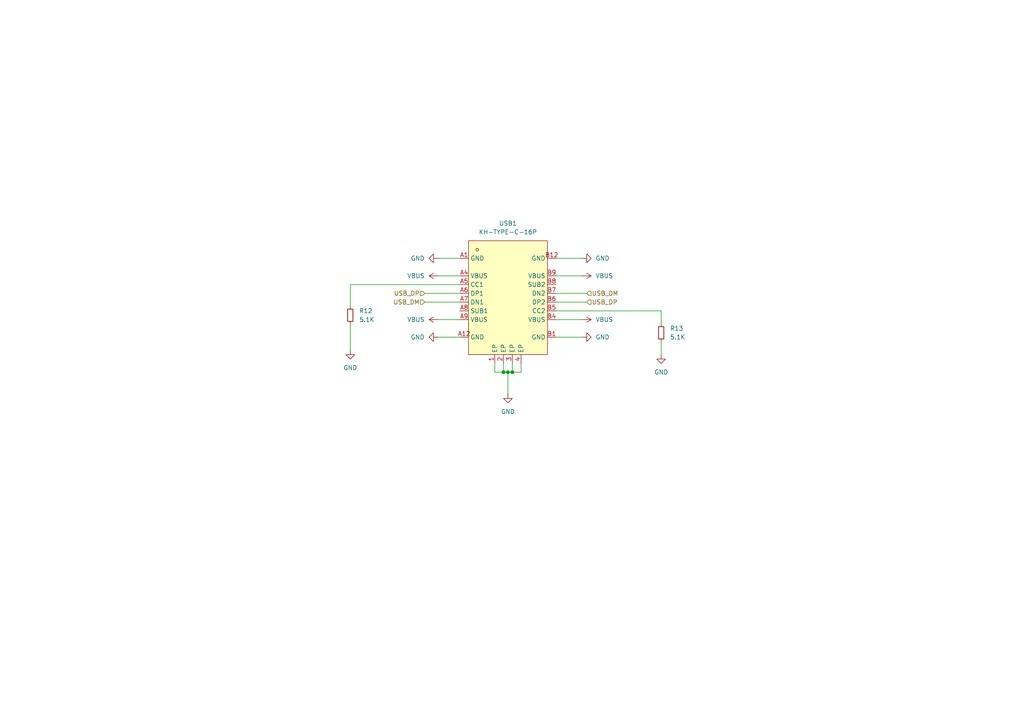
<source format=kicad_sch>
(kicad_sch (version 20231120) (generator "eeschema") (generator_version "8.0")
  (paper "A4")
  (lib_symbols
    (symbol "Device:R_Small" (pin_numbers hide) (pin_names (offset 0.254) hide)
      (property "Reference" "R" (at 0.762 0.508 0))
      (property "Value" "R_Small" (at 0.762 -1.016 0))
      (symbol "R_Small_0_1"
        (rectangle (start -0.762 1.778) (end 0.762 -1.778) (stroke (width 0.2032)))
      )
      (symbol "R_Small_1_1"
        (pin passive line (at 0 2.54 270) (length 0.762) (name "~") (number "1"))
        (pin passive line (at 0 -2.54 90) (length 0.762) (name "~") (number "2"))
      )
    )
    (symbol "footprints:KH-TYPE-C-16P"
      (property "Reference" "USB" (at 0 17.78 0))
      (property "Value" "KH-TYPE-C-16P" (at 0 -22.86 0))
      (symbol "KH-TYPE-C-16P_0_1"
        (rectangle (start -12.7 17.78) (end 10.16 -15.24) (fill (type background)))
        (circle (center -10.16 15.24) (radius 0.38))
        (pin unspecified line (at -5.08 -17.78 90) (length 2.54) (name "EP") (number "1"))
        (pin unspecified line (at -2.54 -17.78 90) (length 2.54) (name "EP") (number "2"))
        (pin unspecified line (at 0 -17.78 90) (length 2.54) (name "EP") (number "3"))
        (pin unspecified line (at 2.54 -17.78 90) (length 2.54) (name "EP") (number "4"))
        (pin unspecified line (at -15.24 12.7 0) (length 2.54) (name "GND") (number "A1"))
        (pin unspecified line (at -15.24 -10.16 0) (length 2.54) (name "GND") (number "A12"))
        (pin unspecified line (at -15.24 7.62 0) (length 2.54) (name "VBUS") (number "A4"))
        (pin unspecified line (at -15.24 5.08 0) (length 2.54) (name "CC1") (number "A5"))
        (pin unspecified line (at -15.24 2.54 0) (length 2.54) (name "DP1") (number "A6"))
        (pin unspecified line (at -15.24 0 0) (length 2.54) (name "DN1") (number "A7"))
        (pin unspecified line (at -15.24 -2.54 0) (length 2.54) (name "SUB1") (number "A8"))
        (pin unspecified line (at -15.24 -5.08 0) (length 2.54) (name "VBUS") (number "A9"))
        (pin unspecified line (at 12.7 -10.16 180) (length 2.54) (name "GND") (number "B1"))
        (pin unspecified line (at 12.7 12.7 180) (length 2.54) (name "GND") (number "B12"))
        (pin unspecified line (at 12.7 -5.08 180) (length 2.54) (name "VBUS") (number "B4"))
        (pin unspecified line (at 12.7 -2.54 180) (length 2.54) (name "CC2") (number "B5"))
        (pin unspecified line (at 12.7 0 180) (length 2.54) (name "DP2") (number "B6"))
        (pin unspecified line (at 12.7 2.54 180) (length 2.54) (name "DN2") (number "B7"))
        (pin unspecified line (at 12.7 5.08 180) (length 2.54) (name "SUB2") (number "B8"))
        (pin unspecified line (at 12.7 7.62 180) (length 2.54) (name "VBUS") (number "B9"))
      )
    )
    (symbol "power:GND" (power) (pin_numbers hide) (pin_names (offset 0) hide)
      (property "Value" "GND" (at 0 -3.81 0))
      (symbol "GND_0_1"
        (polyline (pts (xy 0 0) (xy 0 -1.27) (xy 1.27 -1.27) (xy 0 -2.54) (xy -1.27 -1.27) (xy 0 -1.27)))
      )
      (symbol "GND_1_1"
        (pin power_in line (at 0 0 270) (length 0) (name "~") (number "1"))
      )
    )
    (symbol "power:VBUS" (power) (pin_numbers hide) (pin_names (offset 0) hide)
      (property "Value" "VBUS" (at 0 3.556 0))
      (symbol "VBUS_0_1"
        (polyline (pts (xy -0.762 1.27) (xy 0 2.54)))
        (polyline (pts (xy 0 0) (xy 0 2.54)))
        (polyline (pts (xy 0 2.54) (xy 0.762 1.27)))
      )
      (symbol "VBUS_1_1"
        (pin power_in line (at 0 0 90) (length 0) (name "~") (number "1"))
      )
    )
  )
  (junction (at 146.05 107.95))
  (junction (at 148.59 107.95))
  (junction (at 147.32 107.95))
  (wire (pts (xy 161.29 92.71) (xy 168.91 92.71)))
  (wire (pts (xy 146.05 107.95) (xy 147.32 107.95)))
  (wire (pts (xy 101.6 82.55) (xy 101.6 88.9)))
  (wire (pts (xy 147.32 107.95) (xy 147.32 114.3)))
  (wire (pts (xy 148.59 105.41) (xy 148.59 107.95)))
  (wire (pts (xy 146.05 105.41) (xy 146.05 107.95)))
  (wire (pts (xy 191.77 90.17) (xy 161.29 90.17)))
  (wire (pts (xy 151.13 105.41) (xy 151.13 107.95)))
  (wire (pts (xy 191.77 93.98) (xy 191.77 90.17)))
  (wire (pts (xy 123.19 87.63) (xy 133.35 87.63)))
  (wire (pts (xy 148.59 107.95) (xy 147.32 107.95)))
  (wire (pts (xy 127 74.93) (xy 133.35 74.93)))
  (wire (pts (xy 127 97.79) (xy 133.35 97.79)))
  (wire (pts (xy 161.29 74.93) (xy 168.91 74.93)))
  (wire (pts (xy 143.51 107.95) (xy 146.05 107.95)))
  (wire (pts (xy 127 92.71) (xy 133.35 92.71)))
  (wire (pts (xy 161.29 85.09) (xy 170.18 85.09)))
  (wire (pts (xy 161.29 97.79) (xy 168.91 97.79)))
  (wire (pts (xy 101.6 93.98) (xy 101.6 101.6)))
  (wire (pts (xy 191.77 99.06) (xy 191.77 102.87)))
  (wire (pts (xy 123.19 85.09) (xy 133.35 85.09)))
  (wire (pts (xy 161.29 80.01) (xy 168.91 80.01)))
  (wire (pts (xy 151.13 107.95) (xy 148.59 107.95)))
  (wire (pts (xy 161.29 87.63) (xy 170.18 87.63)))
  (wire (pts (xy 133.35 82.55) (xy 101.6 82.55)))
  (wire (pts (xy 143.51 105.41) (xy 143.51 107.95)))
  (wire (pts (xy 127 80.01) (xy 133.35 80.01)))
  (hierarchical_label "USB_DM" (shape input) (at 123.19 87.63 180))
  (hierarchical_label "USB_DM" (shape input) (at 170.18 85.09 0))
  (hierarchical_label "USB_DP" (shape input) (at 170.18 87.63 0))
  (hierarchical_label "USB_DP" (shape input) (at 123.19 85.09 180))
  (symbol (lib_id "power:GND") (at 191.77 102.87 0) (unit 1)
    (property "Reference" "#PWR042" (effects (hide yes)))
    (property "Value" "GND" (at 191.77 107.95 0))
    (property "Description" "Power symbol creates a global label with name \"GND\" , ground" (effects (hide yes)))
  )
  (symbol (lib_id "Device:R_Small") (at 191.77 96.52 0) (unit 1)
    (property "Reference" "R13" (at 194.31 95.2499 0) (effects (justify left)))
    (property "Value" "5.1K" (at 194.31 97.7899 0) (effects (justify left)))
    (property "Footprint" "Resistor_SMD:R_0402_1005Metric" (effects (hide yes)))
    (property "Description" "Resistor, small symbol" (effects (hide yes)))
  )
  (symbol (lib_id "power:GND") (at 168.91 97.79 90) (unit 1)
    (property "Reference" "#PWR035" (effects (hide yes)))
    (property "Value" "GND" (at 172.72 97.7899 90) (effects (justify right)))
    (property "Description" "Power symbol creates a global label with name \"GND\" , ground" (effects (hide yes)))
  )
  (symbol (lib_id "power:GND") (at 101.6 101.6 0) (unit 1)
    (property "Reference" "#PWR041" (effects (hide yes)))
    (property "Value" "GND" (at 101.6 106.68 0))
    (property "Description" "Power symbol creates a global label with name \"GND\" , ground" (effects (hide yes)))
  )
  (symbol (lib_id "power:VBUS") (at 127 80.01 90) (unit 1)
    (property "Reference" "#PWR040" (effects (hide yes)))
    (property "Value" "VBUS" (at 123.19 80.0099 90) (effects (justify left)))
    (property "Description" "Power symbol creates a global label with name \"VBUS\"" (effects (hide yes)))
  )
  (symbol (lib_id "power:VBUS") (at 127 92.71 90) (unit 1)
    (property "Reference" "#PWR039" (effects (hide yes)))
    (property "Value" "VBUS" (at 123.19 92.7099 90) (effects (justify left)))
    (property "Description" "Power symbol creates a global label with name \"VBUS\"" (effects (hide yes)))
  )
  (symbol (lib_id "footprints:KH-TYPE-C-16P") (at 148.59 87.63 0) (unit 1)
    (property "Reference" "USB1" (at 147.32 64.77 0))
    (property "Value" "KH-TYPE-C-16P" (at 147.32 67.31 0))
    (property "Footprint" "footprints:USB-C-SMD_KH-TYPE-C-16P" (effects (hide yes)))
    (property "Datasheet" "https://lcsc.com/product-detail/USB-Connectors_Shenzhen-Kinghelm-Elec-KH-TYPE-C-16P_C709357.html" (effects (hide yes)))
    (property "LCSC Part" "C709357" (effects (hide yes)))
  )
  (symbol (lib_id "power:GND") (at 147.32 114.3 0) (unit 1)
    (property "Reference" "#PWR043" (effects (hide yes)))
    (property "Value" "GND" (at 147.32 119.38 0))
    (property "Description" "Power symbol creates a global label with name \"GND\" , ground" (effects (hide yes)))
  )
  (symbol (lib_id "power:GND") (at 127 74.93 270) (unit 1)
    (property "Reference" "#PWR033" (effects (hide yes)))
    (property "Value" "GND" (at 123.19 74.9299 90) (effects (justify right)))
    (property "Description" "Power symbol creates a global label with name \"GND\" , ground" (effects (hide yes)))
  )
  (symbol (lib_id "power:VBUS") (at 168.91 92.71 270) (unit 1)
    (property "Reference" "#PWR038" (effects (hide yes)))
    (property "Value" "VBUS" (at 172.72 92.7099 90) (effects (justify left)))
    (property "Description" "Power symbol creates a global label with name \"VBUS\"" (effects (hide yes)))
  )
  (symbol (lib_id "power:GND") (at 168.91 74.93 90) (unit 1)
    (property "Reference" "#PWR034" (effects (hide yes)))
    (property "Value" "GND" (at 172.72 74.9299 90) (effects (justify right)))
    (property "Description" "Power symbol creates a global label with name \"GND\" , ground" (effects (hide yes)))
  )
  (symbol (lib_id "Device:R_Small") (at 101.6 91.44 0) (unit 1)
    (property "Reference" "R12" (at 104.14 90.1699 0) (effects (justify left)))
    (property "Value" "5.1K" (at 104.14 92.7099 0) (effects (justify left)))
    (property "Footprint" "Resistor_SMD:R_0402_1005Metric" (effects (hide yes)))
    (property "Description" "Resistor, small symbol" (effects (hide yes)))
  )
  (symbol (lib_id "power:VBUS") (at 168.91 80.01 270) (unit 1)
    (property "Reference" "#PWR037" (effects (hide yes)))
    (property "Value" "VBUS" (at 172.72 80.0099 90) (effects (justify left)))
    (property "Description" "Power symbol creates a global label with name \"VBUS\"" (effects (hide yes)))
  )
  (symbol (lib_id "power:GND") (at 127 97.79 270) (unit 1)
    (property "Reference" "#PWR036" (effects (hide yes)))
    (property "Value" "GND" (at 123.19 97.7899 90) (effects (justify right)))
    (property "Description" "Power symbol creates a global label with name \"GND\" , ground" (effects (hide yes)))
  )
)
</source>
